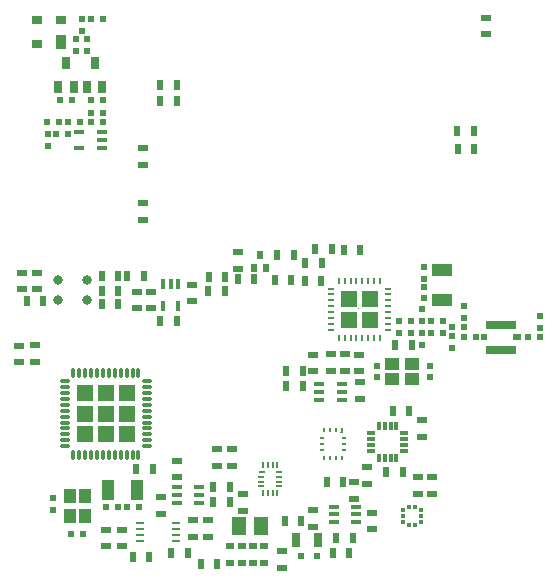
<source format=gtp>
G04 Layer_Color=32768*
%FSLAX25Y25*%
%MOIN*%
G70*
G01*
G75*
%ADD14R,0.03543X0.03150*%
%ADD15R,0.03543X0.04724*%
%ADD16R,0.03543X0.02362*%
%ADD17O,0.02362X0.00945*%
%ADD18O,0.00945X0.02362*%
%ADD21O,0.01102X0.03347*%
%ADD22O,0.03347X0.01102*%
%ADD24R,0.03622X0.01575*%
%ADD27R,0.02362X0.03543*%
%ADD28R,0.03937X0.07087*%
%ADD29R,0.03937X0.04724*%
%ADD30R,0.02362X0.01968*%
%ADD31R,0.01968X0.02362*%
%ADD32R,0.02756X0.03937*%
%ADD33C,0.03150*%
%ADD34R,0.01575X0.03622*%
%ADD38R,0.02835X0.02362*%
%ADD39R,0.02756X0.02362*%
%ADD40R,0.01772X0.00984*%
%ADD41R,0.00984X0.01772*%
%ADD42R,0.00984X0.01378*%
%ADD43R,0.02953X0.00984*%
%ADD44R,0.01968X0.02598*%
%ADD45R,0.02600X0.01200*%
%ADD46R,0.01200X0.02600*%
%ADD47R,0.02756X0.05118*%
%ADD48R,0.07087X0.03937*%
%ADD49R,0.02165X0.02165*%
%ADD50R,0.02756X0.02165*%
%ADD51R,0.10433X0.03150*%
%ADD52R,0.04724X0.03937*%
%ADD53R,0.05118X0.05905*%
%ADD54R,0.01968X0.01968*%
%ADD121R,0.05709X0.05709*%
%ADD122R,0.00100X0.00100*%
%ADD123R,0.01358X0.01240*%
%ADD124R,0.01240X0.01358*%
%ADD125R,0.00689X0.02020*%
%ADD126R,0.02020X0.00689*%
%ADD127R,0.02413X0.00689*%
G36*
X127372Y65411D02*
X126782D01*
Y65805D01*
X127766D01*
X127372Y65411D01*
D02*
G37*
D14*
X33637Y202937D02*
D03*
X25763D02*
D03*
Y195063D02*
D03*
D15*
X33637Y195850D02*
D03*
D16*
X175300Y203856D02*
D03*
Y198344D02*
D03*
X61000Y136444D02*
D03*
Y141956D02*
D03*
X90600Y59956D02*
D03*
Y54444D02*
D03*
X85500Y59956D02*
D03*
Y54444D02*
D03*
X152720Y45194D02*
D03*
Y50706D02*
D03*
X157140Y45204D02*
D03*
Y50716D02*
D03*
X77800Y36256D02*
D03*
Y30744D02*
D03*
X25800Y113344D02*
D03*
Y118856D02*
D03*
X20600Y113344D02*
D03*
Y118856D02*
D03*
X19500Y88944D02*
D03*
Y94456D02*
D03*
X58900Y112456D02*
D03*
Y106944D02*
D03*
X63700Y112456D02*
D03*
Y106944D02*
D03*
X77300Y114756D02*
D03*
Y109244D02*
D03*
X67100Y44056D02*
D03*
Y38544D02*
D03*
X123500Y91556D02*
D03*
Y86044D02*
D03*
X153900Y69556D02*
D03*
Y64044D02*
D03*
X92500Y120044D02*
D03*
Y125556D02*
D03*
X133100Y91456D02*
D03*
Y85944D02*
D03*
X128400Y91556D02*
D03*
Y86044D02*
D03*
X117600Y91456D02*
D03*
Y85944D02*
D03*
X133300Y76744D02*
D03*
Y82256D02*
D03*
X107200Y20544D02*
D03*
Y26056D02*
D03*
X54100Y27644D02*
D03*
Y33156D02*
D03*
X72300Y56156D02*
D03*
Y50644D02*
D03*
X60900Y154744D02*
D03*
Y160256D02*
D03*
X137300Y38812D02*
D03*
Y33300D02*
D03*
X131300Y49056D02*
D03*
Y43544D02*
D03*
X117800Y34144D02*
D03*
Y39656D02*
D03*
X94300Y44956D02*
D03*
Y39444D02*
D03*
X135700Y54056D02*
D03*
Y48544D02*
D03*
X82800Y36256D02*
D03*
Y30744D02*
D03*
X25100Y94556D02*
D03*
Y89044D02*
D03*
X48800Y27644D02*
D03*
Y33156D02*
D03*
D17*
X142559Y99759D02*
D03*
Y101727D02*
D03*
Y103696D02*
D03*
Y105665D02*
D03*
Y107633D02*
D03*
Y109602D02*
D03*
Y111570D02*
D03*
Y113539D02*
D03*
X123661D02*
D03*
Y111570D02*
D03*
Y109602D02*
D03*
Y107633D02*
D03*
Y105665D02*
D03*
Y103696D02*
D03*
Y101727D02*
D03*
Y99759D02*
D03*
D18*
X140000Y116098D02*
D03*
X138031D02*
D03*
X136063D02*
D03*
X134095D02*
D03*
X132126D02*
D03*
X130157D02*
D03*
X128189D02*
D03*
X126221D02*
D03*
Y97200D02*
D03*
X128189D02*
D03*
X130157D02*
D03*
X132126D02*
D03*
X134095D02*
D03*
X136063D02*
D03*
X138031D02*
D03*
X140000D02*
D03*
D21*
X59446Y58135D02*
D03*
X57477D02*
D03*
X55509D02*
D03*
X53540D02*
D03*
X51572D02*
D03*
X49603D02*
D03*
X47635D02*
D03*
X45666D02*
D03*
X43698D02*
D03*
X41729D02*
D03*
X39761D02*
D03*
X37792D02*
D03*
Y85497D02*
D03*
X39761D02*
D03*
X41729D02*
D03*
X43698D02*
D03*
X45666D02*
D03*
X47635D02*
D03*
X49603D02*
D03*
X51572D02*
D03*
X53540D02*
D03*
X55509D02*
D03*
X57477D02*
D03*
X59446D02*
D03*
D22*
X34938Y60989D02*
D03*
Y62958D02*
D03*
Y64926D02*
D03*
Y66895D02*
D03*
Y68863D02*
D03*
Y70832D02*
D03*
Y72800D02*
D03*
Y74769D02*
D03*
Y76737D02*
D03*
Y78706D02*
D03*
Y80674D02*
D03*
Y82643D02*
D03*
X62300D02*
D03*
Y80674D02*
D03*
Y78706D02*
D03*
Y76737D02*
D03*
Y74769D02*
D03*
Y72800D02*
D03*
Y70832D02*
D03*
Y68863D02*
D03*
Y66895D02*
D03*
Y64926D02*
D03*
Y62958D02*
D03*
Y60989D02*
D03*
D24*
X127140Y81659D02*
D03*
X119660D02*
D03*
Y79100D02*
D03*
Y76541D02*
D03*
X127140D02*
D03*
Y79100D02*
D03*
X39660Y160441D02*
D03*
Y165559D02*
D03*
X47140D02*
D03*
Y163000D02*
D03*
Y160441D02*
D03*
X124560Y35741D02*
D03*
X132040D02*
D03*
Y38300D02*
D03*
Y40859D02*
D03*
X124560D02*
D03*
Y38300D02*
D03*
X72260Y42141D02*
D03*
X79740D02*
D03*
Y44700D02*
D03*
Y47259D02*
D03*
X72260D02*
D03*
Y44700D02*
D03*
D27*
X70344Y25400D02*
D03*
X75856D02*
D03*
X63056Y23900D02*
D03*
X57544D02*
D03*
X22244Y109300D02*
D03*
X27756D02*
D03*
X47144Y117800D02*
D03*
X52656D02*
D03*
X52756Y112700D02*
D03*
X47244D02*
D03*
X52756Y108400D02*
D03*
X47244D02*
D03*
X55744Y117700D02*
D03*
X61256D02*
D03*
X66744Y102800D02*
D03*
X72256D02*
D03*
X88256Y112600D02*
D03*
X82744D02*
D03*
X88356Y117300D02*
D03*
X82844D02*
D03*
X149656Y72600D02*
D03*
X144144D02*
D03*
X165944Y160000D02*
D03*
X171456D02*
D03*
X66644Y181300D02*
D03*
X72156D02*
D03*
X115024Y122000D02*
D03*
X120536D02*
D03*
X111256Y124700D02*
D03*
X105744D02*
D03*
X104944Y116300D02*
D03*
X110456D02*
D03*
X120356Y116100D02*
D03*
X114844D02*
D03*
X118444Y126800D02*
D03*
X123956D02*
D03*
X133456Y126300D02*
D03*
X127944D02*
D03*
X114256Y85900D02*
D03*
X108744D02*
D03*
X141964Y52280D02*
D03*
X147476D02*
D03*
X113656Y36000D02*
D03*
X108144D02*
D03*
X84344Y47400D02*
D03*
X89856D02*
D03*
X84344Y42400D02*
D03*
X89856D02*
D03*
X171256Y166100D02*
D03*
X165744D02*
D03*
X66644Y176200D02*
D03*
X72156D02*
D03*
X145044Y94600D02*
D03*
X150556D02*
D03*
X85656Y21600D02*
D03*
X80144D02*
D03*
X125444Y30500D02*
D03*
X130956D02*
D03*
X124244Y25500D02*
D03*
X129756D02*
D03*
X122244Y48900D02*
D03*
X127756D02*
D03*
X98000Y116600D02*
D03*
X92488D02*
D03*
X108744Y80900D02*
D03*
X114256D02*
D03*
X64256Y53500D02*
D03*
X58744D02*
D03*
D28*
X59121Y46500D02*
D03*
X49279D02*
D03*
D29*
X36541Y44346D02*
D03*
X41659Y37653D02*
D03*
X36541D02*
D03*
X41659Y44346D02*
D03*
D30*
X40600Y199432D02*
D03*
Y203368D02*
D03*
X29200Y164969D02*
D03*
Y161031D02*
D03*
X38800Y192631D02*
D03*
Y196569D02*
D03*
X42300Y192631D02*
D03*
Y196569D02*
D03*
X153900Y94832D02*
D03*
Y98769D02*
D03*
X167900Y103832D02*
D03*
Y107768D02*
D03*
X154700Y110231D02*
D03*
Y114169D02*
D03*
Y120668D02*
D03*
Y116732D02*
D03*
X138900Y87868D02*
D03*
Y83931D02*
D03*
X153900Y102631D02*
D03*
Y106569D02*
D03*
X193400Y100432D02*
D03*
Y104368D02*
D03*
X163900Y97768D02*
D03*
Y93831D02*
D03*
X156500Y87868D02*
D03*
Y83931D02*
D03*
X31000Y43569D02*
D03*
Y39632D02*
D03*
D31*
X43632Y176400D02*
D03*
X47569D02*
D03*
X43632Y172200D02*
D03*
X47569D02*
D03*
X47569Y168900D02*
D03*
X43632D02*
D03*
X40069D02*
D03*
X36132D02*
D03*
X32131Y165000D02*
D03*
X36068D02*
D03*
X29131Y168900D02*
D03*
X33068D02*
D03*
X33332Y176400D02*
D03*
X37268D02*
D03*
X43632Y203400D02*
D03*
X47569D02*
D03*
X189232Y97500D02*
D03*
X193168D02*
D03*
X160869Y102800D02*
D03*
X156931D02*
D03*
X156931Y98800D02*
D03*
X160869D02*
D03*
X167868Y100800D02*
D03*
X163932D02*
D03*
X146432Y98800D02*
D03*
X150368D02*
D03*
X146432Y102800D02*
D03*
X150368D02*
D03*
X171869Y97300D02*
D03*
X167931D02*
D03*
X52668Y40600D02*
D03*
X48731D02*
D03*
X59668D02*
D03*
X55731D02*
D03*
X37031Y31800D02*
D03*
X40968D02*
D03*
D32*
X32741Y180565D02*
D03*
X37859D02*
D03*
X35300Y188635D02*
D03*
X42341Y180565D02*
D03*
X47459D02*
D03*
X44900Y188635D02*
D03*
D33*
X42443Y116347D02*
D03*
X32757D02*
D03*
Y109653D02*
D03*
X42443D02*
D03*
D34*
X72759Y107560D02*
D03*
X67641D02*
D03*
Y115040D02*
D03*
X70200D02*
D03*
X72759D02*
D03*
D38*
X90067Y22202D02*
D03*
X93807D02*
D03*
X97547D02*
D03*
X101287D02*
D03*
Y27713D02*
D03*
X97547D02*
D03*
X93807D02*
D03*
D39*
X90067D02*
D03*
D40*
X127963Y63639D02*
D03*
Y61671D02*
D03*
Y59702D02*
D03*
X120679D02*
D03*
Y61671D02*
D03*
Y63639D02*
D03*
D41*
X127274Y57045D02*
D03*
X125305D02*
D03*
X123337D02*
D03*
X121369D02*
D03*
Y66297D02*
D03*
X123337D02*
D03*
X125305D02*
D03*
D42*
X127274Y66494D02*
D03*
D43*
X59898Y35453D02*
D03*
Y33484D02*
D03*
Y31516D02*
D03*
Y29547D02*
D03*
X72102Y35453D02*
D03*
Y33484D02*
D03*
Y31516D02*
D03*
Y29547D02*
D03*
D44*
X98032Y120256D02*
D03*
X101969D02*
D03*
X100000Y124744D02*
D03*
D45*
X137100Y59347D02*
D03*
Y61316D02*
D03*
Y63300D02*
D03*
Y65300D02*
D03*
X147894D02*
D03*
Y63300D02*
D03*
Y61316D02*
D03*
Y59347D02*
D03*
D46*
X139500Y67700D02*
D03*
X141500D02*
D03*
X143484D02*
D03*
X145453D02*
D03*
Y56906D02*
D03*
X143484D02*
D03*
X141500D02*
D03*
X139500D02*
D03*
D47*
X111960Y29600D02*
D03*
X119440D02*
D03*
D48*
X160800Y119721D02*
D03*
Y109879D02*
D03*
D49*
X174696Y97300D02*
D03*
D50*
X185523D02*
D03*
D51*
X180405Y93068D02*
D03*
Y101532D02*
D03*
D52*
X143853Y83341D02*
D03*
X150547Y88459D02*
D03*
Y83341D02*
D03*
X143853Y88459D02*
D03*
D53*
X92860Y34500D02*
D03*
X100340D02*
D03*
D54*
X113544Y24500D02*
D03*
X119056D02*
D03*
D121*
X129666Y110093D02*
D03*
X136555D02*
D03*
Y103204D02*
D03*
X129666D02*
D03*
X48619Y78705D02*
D03*
Y64926D02*
D03*
X55509D02*
D03*
X41729D02*
D03*
X48717Y71815D02*
D03*
X55509Y71816D02*
D03*
X41729Y78705D02*
D03*
Y71816D02*
D03*
X55509Y78705D02*
D03*
D122*
X133110Y106649D02*
D03*
D123*
X153762Y37620D02*
D03*
Y35651D02*
D03*
Y39588D02*
D03*
X147758D02*
D03*
Y35651D02*
D03*
Y37620D02*
D03*
D124*
X151744Y40622D02*
D03*
X149776D02*
D03*
Y34618D02*
D03*
X151744D02*
D03*
D125*
X105762Y45400D02*
D03*
X104187D02*
D03*
X102613D02*
D03*
X101038D02*
D03*
Y54600D02*
D03*
X102613D02*
D03*
X104187D02*
D03*
X105762D02*
D03*
D126*
X100380Y47638D02*
D03*
Y49213D02*
D03*
Y50787D02*
D03*
X106420Y52362D02*
D03*
Y50787D02*
D03*
Y49213D02*
D03*
X106420Y47638D02*
D03*
D127*
X100577Y52362D02*
D03*
M02*

</source>
